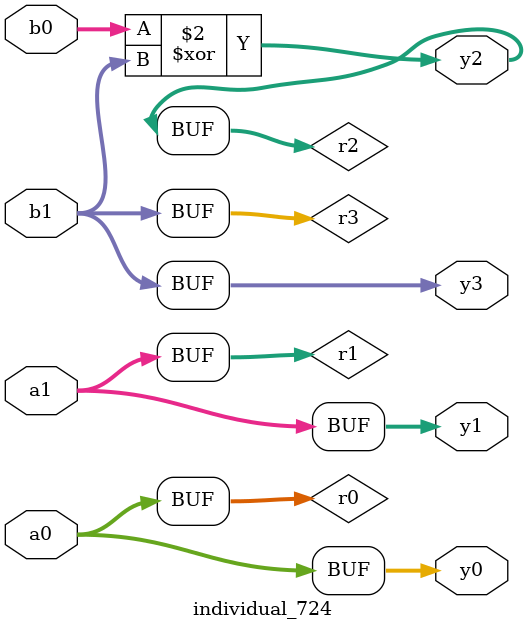
<source format=sv>
module individual_724(input logic [15:0] a1, input logic [15:0] a0, input logic [15:0] b1, input logic [15:0] b0, output logic [15:0] y3, output logic [15:0] y2, output logic [15:0] y1, output logic [15:0] y0);
logic [15:0] r0, r1, r2, r3; 
 always@(*) begin 
	 r0 = a0; r1 = a1; r2 = b0; r3 = b1; 
 	 r2  ^=  r3 ;
 	 y3 = r3; y2 = r2; y1 = r1; y0 = r0; 
end
endmodule
</source>
